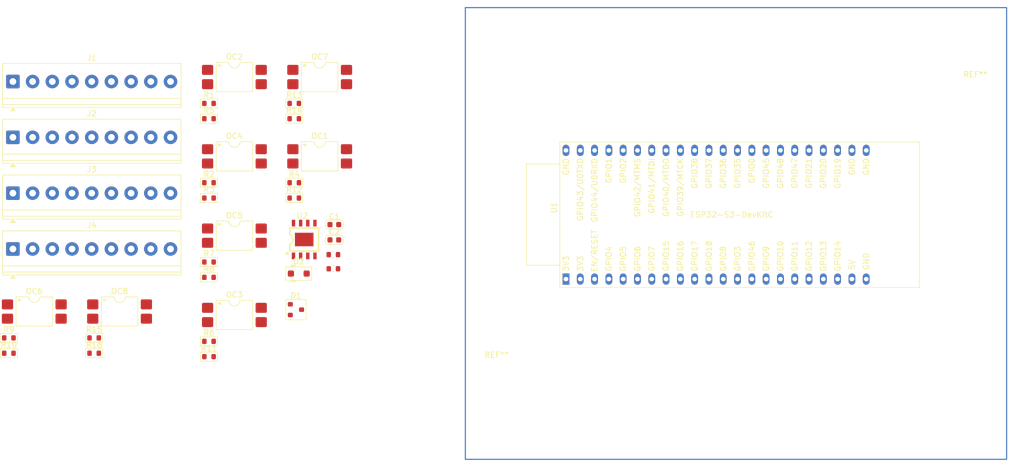
<source format=kicad_pcb>
(kicad_pcb (version 20241229) (generator "pcbnew") (generator_version "9.0")
  (layers (0 "F.Cu" signal) (2 "B.Cu" signal) (13 "F.Paste" user) (15 "B.Paste" user) (5 "F.SilkS" user "F.Silkscreen") (7 "B.SilkS" user "B.Silkscreen") (1 "F.Mask" user) (3 "B.Mask" user) (25 "Edge.Cuts" user))
  (net 0 "")
  (net 1 "/Board-PLC4UNI-G1W/con_RS485_B")
  (net 2 "GNDPWR")
  (net 3 "/Board-PLC4UNI-G1W/con_RS485_A")
  (net 4 "/Board-PLC4UNI-G1W/IN_NPN3")
  (net 5 "/Board-PLC4UNI-G1W/IN_NPN4")
  (net 6 "/Board-PLC4UNI-G1W/IN_NPN2")
  (net 7 "/Board-PLC4UNI-G1W/IN_NPN1")
  (net 8 "/Board-PLC4UNI-G1W/IN_PNP4")
  (net 9 "/Board-PLC4UNI-G1W/IN_PNP1")
  (net 10 "/Board-PLC4UNI-G1W/IN_PNP2")
  (net 11 "/Board-PLC4UNI-G1W/IN_PNP3")
  (net 17 "/Board-PLC4UNI-G1W/IN_0-10V")
  (net 19 "/Board-PLC4UNI-G1W/IN_CT2")
  (net 20 "/Board-PLC4UNI-G1W/IN_CT1")
  (net 21 "/Board-PLC4UNI-G1W/Input_NPN3/Out")
  (net 22 "GND")
  (net 23 "Net-(OC1-Pad1)")
  (net 24 "Net-(OC2-Pad1)")
  (net 25 "/Board-PLC4UNI-G1W/Input_NPN1/Out")
  (net 26 "/Board-PLC4UNI-G1W/Input_NPN2/Out")
  (net 27 "Net-(OC3-Pad1)")
  (net 28 "Net-(OC4-Pad1)")
  (net 29 "/Board-PLC4UNI-G1W/Input_PNP3/Out")
  (net 30 "/Board-PLC4UNI-G1W/Input_PNP1/Out")
  (net 31 "Net-(OC5-Pad1)")
  (net 32 "/Board-PLC4UNI-G1W/Input_PNP2/Out")
  (net 33 "Net-(OC6-Pad1)")
  (net 34 "/Board-PLC4UNI-G1W/Input_NPN4/Out")
  (net 35 "Net-(OC7-Pad1)")
  (net 36 "/Board-PLC4UNI-G1W/Input_PNP4/Out")
  (net 37 "Net-(OC8-Pad1)")
  (net 38 "VCC")
  (net 39 "+3.3V")
  (net 40 "/Board-PLC4UNI-G1W/IN_VAC2")
  (net 41 "/Board-PLC4UNI-G1W/GND")
  (net 42 "/Board-PLC4UNI-G1W/IN_VAC1")
  (net 43 "/Board-PLC4UNI-G1W/PNP_OUT2")
  (net 46 "/Board-PLC4UNI-G1W/PNP_OUT3")
  (net 47 "/Board-PLC4UNI-G1W/PNP_OUT1")
  (net 49 "/Board-PLC4UNI-G1W/PLC4UNI/micro_rs485_rx")
  (net 50 "/Board-PLC4UNI-G1W/Out_4-20mA")
  (net 51 "/Board-PLC4UNI-G1W/NPN_OUT2")
  (net 52 "/Board-PLC4UNI-G1W/NPN_OUT1")
  (net 53 "/Board-PLC4UNI-G1W/NPN_OUT4")
  (net 54 "/Board-PLC4UNI-G1W/Out_0-10V")
  (net 55 "/Board-PLC4UNI-G1W/Out_4-20mA_2")
  (net 56 "/Board-PLC4UNI-G1W/NPN_OUT3")
  (net 62 "/Board-PLC4UNI-G1W/PLC4UNI/USB-")
  (net 63 "/Board-PLC4UNI-G1W/PLC4UNI/USB+")
  (net 65 "/Board-PLC4UNI-G1W/PLC4UNI/micro1_rs485_control")
  (net 71 "/Board-PLC4UNI-G1W/PLC4UNI/micro_rs485_tx")
  (net 96 "Net-(U2-V5V)")
  (net 97 "/Board-PLC4UNI-G1W/Output_0-10V/SCL")
  (net 98 "/Board-PLC4UNI-G1W/Output_0-10V/SDA")
  (net 99 "+12V")
  (footprint "PCM_Resistor_SMD_AKL:R_0603_1608Metric" (layer "F.Cu") (at 58.155 98.08)
    (property "Reference" "R3" (at 0 -1.5 0) (layer "F.SilkS"))
    (property "Value" "2.4K" (hide yes))
    (pad "1" smd roundrect (at -0.825 0) (size 0.8 0.95) (layers "F.Cu" "F.Mask" "F.Paste") (net 29 "/Board-PLC4UNI-G1W/Input_PNP3/Out"))
    (pad "2" smd roundrect (at 0.825 0) (size 0.8 0.95) (layers "F.Cu" "F.Mask" "F.Paste") (net 39 "+3.3V"))
  )
  (footprint "PCM_SparkFun-Resistor:R_0603_1608Metric" (layer "F.Cu") (at 80.25 108.135)
    (property "Reference" "R17")
    (property "Value" "4.7k")
    (pad "1" smd roundrect (at -0.825 0) (size 0.8 0.95) (layers "F.Cu" "F.Mask" "F.Paste") (net 97 "/Board-PLC4UNI-G1W/Output_0-10V/SCL"))
    (pad "2" smd roundrect (at 0.825 0) (size 0.8 0.95) (layers "F.Cu" "F.Mask" "F.Paste") (net 39 "+3.3V"))
  )
  (footprint "PCM_Resistor_SMD_AKL:R_0603_1608Metric" (layer "F.Cu") (at 73.305 83.99)
    (property "Reference" "R14" (at 0 -1.5 0) (layer "F.SilkS"))
    (property "Value" "2.4K" (hide yes))
    (pad "1" smd roundrect (at -0.825 0) (size 0.8 0.95) (layers "F.Cu" "F.Mask" "F.Paste") (net 34 "/Board-PLC4UNI-G1W/Input_NPN4/Out"))
    (pad "2" smd roundrect (at 0.825 0) (size 0.8 0.95) (layers "F.Cu" "F.Mask" "F.Paste") (net 39 "+3.3V"))
  )
  (footprint "MountingHole:MountingHole_2.5mm" (layer "F.Cu") (at 194.3 79.6)
    (property "Reference" "REF**" (at 0 -3.45 0) (layer "F.SilkS"))
    (property "Value" "MountingHole_2.5mm")
    (pad "" np_thru_hole circle (at 0 0) (size 2.5 2.5) (drill 2.5) (layers "*.Cu" "*.Mask"))
  )
  (footprint "MountingHole:MountingHole_2.5mm" (layer "F.Cu") (at 109.25 129.4)
    (property "Reference" "REF**" (at 0 -3.45 0) (layer "F.SilkS"))
    (property "Value" "MountingHole_2.5mm")
    (pad "" np_thru_hole circle (at 0 0) (size 2.5 2.5) (drill 2.5) (layers "*.Cu" "*.Mask"))
  )
  (footprint "PCM_Resistor_SMD_AKL:R_0603_1608Metric" (layer "F.Cu") (at 73.305 98.08)
    (property "Reference" "R12" (at 0 -1.5 0) (layer "F.SilkS"))
    (property "Value" "2.4K" (hide yes))
    (pad "1" smd roundrect (at -0.825 0) (size 0.8 0.95) (layers "F.Cu" "F.Mask" "F.Paste") (net 23 "Net-(OC1-Pad1)"))
    (pad "2" smd roundrect (at 0.825 0) (size 0.8 0.95) (layers "F.Cu" "F.Mask" "F.Paste") (net 38 "VCC"))
  )
  (footprint "PCM_Package_DIP_AKL:SMDIP-4_W9.53mm" (layer "F.Cu") (at 62.67 118.855)
    (property "Reference" "OC3" (at 0 -3.6 0) (layer "F.SilkS"))
    (property "Value" "FOD817S" (hide yes))
    (pad "1" smd roundrect (at -4.765 -1.27) (size 2 1.78) (layers "F.Cu" "F.Mask" "F.Paste") (roundrect_rratio 0.1404494382) (net 27 "Net-(OC3-Pad1)"))
    (pad "2" smd roundrect (at -4.765 1.27) (size 2 1.78) (layers "F.Cu" "F.Mask" "F.Paste") (roundrect_rratio 0.1404494382) (net 6 "/Board-PLC4UNI-G1W/IN_NPN2"))
    (pad "3" smd roundrect (at 4.765 1.27) (size 2 1.78) (layers "F.Cu" "F.Mask" "F.Paste") (roundrect_rratio 0.1404494382) (net 22 "GND"))
    (pad "4" smd roundrect (at 4.765 -1.27) (size 2 1.78) (layers "F.Cu" "F.Mask" "F.Paste") (roundrect_rratio 0.1404494382) (net 26 "/Board-PLC4UNI-G1W/Input_NPN2/Out"))
  )
  (footprint "PCM_Resistor_SMD_AKL:R_0603_1608Metric" (layer "F.Cu") (at 58.155 83.99)
    (property "Reference" "R5" (at 0 -1.5 0) (layer "F.SilkS"))
    (property "Value" "2.4K" (hide yes))
    (pad "1" smd roundrect (at -0.825 0) (size 0.8 0.95) (layers "F.Cu" "F.Mask" "F.Paste") (net 25 "/Board-PLC4UNI-G1W/Input_NPN1/Out"))
    (pad "2" smd roundrect (at 0.825 0) (size 0.8 0.95) (layers "F.Cu" "F.Mask" "F.Paste") (net 39 "+3.3V"))
  )
  (footprint "PCM_Resistor_SMD_AKL:R_0603_1608Metric" (layer "F.Cu") (at 37.755 125.65)
    (property "Reference" "R16" (at 0 -1.5 0) (layer "F.SilkS"))
    (property "Value" "2.4K" (hide yes))
    (pad "1" smd roundrect (at -0.825 0) (size 0.8 0.95) (layers "F.Cu" "F.Mask" "F.Paste") (net 36 "/Board-PLC4UNI-G1W/Input_PNP4/Out"))
    (pad "2" smd roundrect (at 0.825 0) (size 0.8 0.95) (layers "F.Cu" "F.Mask" "F.Paste") (net 39 "+3.3V"))
  )
  (footprint "PCM_SparkFun-Resistor:R_0603_1608Metric" (layer "F.Cu") (at 80.25 110.645)
    (property "Reference" "R18")
    (property "Value" "4.7k")
    (pad "1" smd roundrect (at -0.825 0) (size 0.8 0.95) (layers "F.Cu" "F.Mask" "F.Paste") (net 39 "+3.3V"))
    (pad "2" smd roundrect (at 0.825 0) (size 0.8 0.95) (layers "F.Cu" "F.Mask" "F.Paste") (net 98 "/Board-PLC4UNI-G1W/Output_0-10V/SDA"))
  )
  (footprint "PCM_Package_DIP_AKL:SMDIP-4_W9.53mm" (layer "F.Cu") (at 62.67 90.675)
    (property "Reference" "OC4" (at 0 -3.6 0) (layer "F.SilkS"))
    (property "Value" "FOD817S" (hide yes))
    (pad "1" smd roundrect (at -4.765 -1.27) (size 2 1.78) (layers "F.Cu" "F.Mask" "F.Paste") (roundrect_rratio 0.1404494382) (net 28 "Net-(OC4-Pad1)"))
    (pad "2" smd roundrect (at -4.765 1.27) (size 2 1.78) (layers "F.Cu" "F.Mask" "F.Paste") (roundrect_rratio 0.1404494382) (net 22 "GND"))
    (pad "3" smd roundrect (at 4.765 1.27) (size 2 1.78) (layers "F.Cu" "F.Mask" "F.Paste") (roundrect_rratio 0.1404494382) (net 22 "GND"))
    (pad "4" smd roundrect (at 4.765 -1.27) (size 2 1.78) (layers "F.Cu" "F.Mask" "F.Paste") (roundrect_rratio 0.1404494382) (net 29 "/Board-PLC4UNI-G1W/Input_PNP3/Out"))
  )
  (footprint "TerminalBlock_Phoenix:TerminalBlock_Phoenix_PT-1,5-9-3.5-H_1x09_P3.50mm_Horizontal" (layer "F.Cu") (at 23.32 97.215)
    (property "Reference" "J3" (at 14 -4.22 0) (layer "F.SilkS"))
    (property "Value" "Screw_Terminal_9_P3.50mm")
    (pad "1" thru_hole roundrect (at 0 0) (size 2.4 2.4) (drill 1.2) (layers "*.Cu" "*.Mask") (roundrect_rratio 0.104167) (net 3 "/Board-PLC4UNI-G1W/con_RS485_A"))
    (pad "2" thru_hole circle (at 3.5 0) (size 2.4 2.4) (drill 1.2) (layers "*.Cu" "*.Mask") (net 1 "/Board-PLC4UNI-G1W/con_RS485_B"))
    (pad "3" thru_hole circle (at 7 0) (size 2.4 2.4) (drill 1.2) (layers "*.Cu" "*.Mask") (net 2 "GNDPWR"))
    (pad "4" thru_hole circle (at 10.5 0) (size 2.4 2.4) (drill 1.2) (layers "*.Cu" "*.Mask") (net 47 "/Board-PLC4UNI-G1W/PNP_OUT1"))
    (pad "5" thru_hole circle (at 14 0) (size 2.4 2.4) (drill 1.2) (layers "*.Cu" "*.Mask") (net 43 "/Board-PLC4UNI-G1W/PNP_OUT2"))
    (pad "6" thru_hole circle (at 17.5 0) (size 2.4 2.4) (drill 1.2) (layers "*.Cu" "*.Mask") (net 46 "/Board-PLC4UNI-G1W/PNP_OUT3"))
    (pad "7" thru_hole circle (at 21 0) (size 2.4 2.4) (drill 1.2) (layers "*.Cu" "*.Mask"))
    (pad "8" thru_hole circle (at 24.5 0) (size 2.4 2.4) (drill 1.2) (layers "*.Cu" "*.Mask"))
    (pad "9" thru_hole circle (at 28 0) (size 2.4 2.4) (drill 1.2) (layers "*.Cu" "*.Mask"))
  )
  (footprint "PCM_Diode_SMD_AKL:D_SOD-123F" (layer "F.Cu") (at 74.105 111.5)
    (property "Reference" "D2" (at 0 -2.159 0) (layer "F.SilkS"))
    (property "Value" "TVA" (hide yes))
    (pad "1" smd roundrect (at -1.4 0) (size 1.1 1.1) (layers "F.Cu" "F.Mask" "F.Paste") (roundrect_rratio 0.2272727273) (net 54 "/Board-PLC4UNI-G1W/Out_0-10V"))
    (pad "2" smd roundrect (at 1.4 0) (size 1.1 1.1) (layers "F.Cu" "F.Mask" "F.Paste") (roundrect_rratio 0.2272727273) (net 22 "GND"))
  )
  (footprint "TerminalBlock_Phoenix:TerminalBlock_Phoenix_PT-1,5-9-3.5-H_1x09_P3.50mm_Horizontal" (layer "F.Cu") (at 23.32 87.3)
    (property "Reference" "J2" (at 14 -4.22 0) (layer "F.SilkS"))
    (property "Value" "Screw_Terminal_9_P3.50mm")
    (pad "1" thru_hole roundrect (at 0 0) (size 2.4 2.4) (drill 1.2) (layers "*.Cu" "*.Mask") (roundrect_rratio 0.104167) (net 19 "/Board-PLC4UNI-G1W/IN_CT2"))
    (pad "2" thru_hole circle (at 3.5 0) (size 2.4 2.4) (drill 1.2) (layers "*.Cu" "*.Mask") (net 20 "/Board-PLC4UNI-G1W/IN_CT1"))
    (pad "3" thru_hole circle (at 7 0) (size 2.4 2.4) (drill 1.2) (layers "*.Cu" "*.Mask") (net 40 "/Board-PLC4UNI-G1W/IN_VAC2"))
    (pad "4" thru_hole circle (at 10.5 0) (size 2.4 2.4) (drill 1.2) (layers "*.Cu" "*.Mask") (net 42 "/Board-PLC4UNI-G1W/IN_VAC1"))
    (pad "5" thru_hole circle (at 14 0) (size 2.4 2.4) (drill 1.2) (layers "*.Cu" "*.Mask") (net 41 "/Board-PLC4UNI-G1W/GND"))
    (pad "6" thru_hole circle (at 17.5 0) (size 2.4 2.4) (drill 1.2) (layers "*.Cu" "*.Mask") (net 9 "/Board-PLC4UNI-G1W/IN_PNP1"))
    (pad "7" thru_hole circle (at 21 0) (size 2.4 2.4) (drill 1.2) (layers "*.Cu" "*.Mask") (net 10 "/Board-PLC4UNI-G1W/IN_PNP2"))
    (pad "8" thru_hole circle (at 24.5 0) (size 2.4 2.4) (drill 1.2) (layers "*.Cu" "*.Mask") (net 11 "/Board-PLC4UNI-G1W/IN_PNP3"))
    (pad "9" thru_hole circle (at 28 0) (size 2.4 2.4) (drill 1.2) (layers "*.Cu" "*.Mask") (net 8 "/Board-PLC4UNI-G1W/IN_PNP4"))
  )
  (footprint "PCM_Package_DIP_AKL:SMDIP-4_W9.53mm" (layer "F.Cu") (at 27.12 118.245)
    (property "Reference" "OC6" (at 0 -3.6 0) (layer "F.SilkS"))
    (property "Value" "FOD817S" (hide yes))
    (pad "1" smd roundrect (at -4.765 -1.27) (size 2 1.78) (layers "F.Cu" "F.Mask" "F.Paste") (roundrect_rratio 0.1404494382) (net 33 "Net-(OC6-Pad1)"))
    (pad "2" smd roundrect (at -4.765 1.27) (size 2 1.78) (layers "F.Cu" "F.Mask" "F.Paste") (roundrect_rratio 0.1404494382) (net 22 "GND"))
    (pad "3" smd roundrect (at 4.765 1.27) (size 2 1.78) (layers "F.Cu" "F.Mask" "F.Paste") (roundrect_rratio 0.1404494382) (net 22 "GND"))
    (pad "4" smd roundrect (at 4.765 -1.27) (size 2 1.78) (layers "F.Cu" "F.Mask" "F.Paste") (roundrect_rratio 0.1404494382) (net 32 "/Board-PLC4UNI-G1W/Input_PNP2/Out"))
  )
  (footprint "PCM_Package_DIP_AKL:SMDIP-4_W9.53mm" (layer "F.Cu") (at 62.67 104.765)
    (property "Reference" "OC5" (at 0 -3.6 0) (layer "F.SilkS"))
    (property "Value" "FOD817S" (hide yes))
    (pad "1" smd roundrect (at -4.765 -1.27) (size 2 1.78) (layers "F.Cu" "F.Mask" "F.Paste") (roundrect_rratio 0.1404494382) (net 31 "Net-(OC5-Pad1)"))
    (pad "2" smd roundrect (at -4.765 1.27) (size 2 1.78) (layers "F.Cu" "F.Mask" "F.Paste") (roundrect_rratio 0.1404494382) (net 22 "GND"))
    (pad "3" smd roundrect (at 4.765 1.27) (size 2 1.78) (layers "F.Cu" "F.Mask" "F.Paste") (roundrect_rratio 0.1404494382) (net 22 "GND"))
    (pad "4" smd roundrect (at 4.765 -1.27) (size 2 1.78) (layers "F.Cu" "F.Mask" "F.Paste") (roundrect_rratio 0.1404494382) (net 30 "/Board-PLC4UNI-G1W/Input_PNP1/Out"))
  )
  (footprint "PCM_Resistor_SMD_AKL:R_0603_1608Metric" (layer "F.Cu") (at 22.605 125.65)
    (property "Reference" "R10" (at 0 -1.5 0) (layer "F.SilkS"))
    (property "Value" "2.4K" (hide yes))
    (pad "1" smd roundrect (at -0.825 0) (size 0.8 0.95) (layers "F.Cu" "F.Mask" "F.Paste") (net 32 "/Board-PLC4UNI-G1W/Input_PNP2/Out"))
    (pad "2" smd roundrect (at 0.825 0) (size 0.8 0.95) (layers "F.Cu" "F.Mask" "F.Paste") (net 39 "+3.3V"))
  )
  (footprint "PCM_Package_DIP_AKL:SMDIP-4_W9.53mm" (layer "F.Cu") (at 77.82 90.675)
    (property "Reference" "OC1" (at 0 -3.6 0) (layer "F.SilkS"))
    (property "Value" "FOD817S" (hide yes))
    (pad "1" smd roundrect (at -4.765 -1.27) (size 2 1.78) (layers "F.Cu" "F.Mask" "F.Paste") (roundrect_rratio 0.1404494382) (net 23 "Net-(OC1-Pad1)"))
    (pad "2" smd roundrect (at -4.765 1.27) (size 2 1.78) (layers "F.Cu" "F.Mask" "F.Paste") (roundrect_rratio 0.1404494382) (net 4 "/Board-PLC4UNI-G1W/IN_NPN3"))
    (pad "3" smd roundrect (at 4.765 1.27) (size 2 1.78) (layers "F.Cu" "F.Mask" "F.Paste") (roundrect_rratio 0.1404494382) (net 22 "GND"))
    (pad "4" smd roundrect (at 4.765 -1.27) (size 2 1.78) (layers "F.Cu" "F.Mask" "F.Paste") (roundrect_rratio 0.1404494382) (net 21 "/Board-PLC4UNI-G1W/Input_NPN3/Out"))
  )
  (footprint "PCM_Package_TO_SOT_SMD_AKL:SOT-23" (layer "F.Cu") (at 73.605 117.91)
    (property "Reference" "D1" (at 0 -2.5 0) (layer "F.SilkS"))
    (property "Value" "SM712" (hide yes))
    (pad "1" smd roundrect (at -1 -0.95) (size 0.9 0.8) (layers "F.Cu" "F.Mask" "F.Paste") (net 1 "/Board-PLC4UNI-G1W/con_RS485_B"))
    (pad "2" smd roundrect (at -1 0.95) (size 0.9 0.8) (layers "F.Cu" "F.Mask" "F.Paste") (net 3 "/Board-PLC4UNI-G1W/con_RS485_A"))
    (pad "3" smd roundrect (at 1 0) (size 0.9 0.8) (layers "F.Cu" "F.Mask" "F.Paste") (net 2 "GNDPWR"))
  )
  (footprint "TerminalBlock_Phoenix:TerminalBlock_Phoenix_PT-1,5-9-3.5-H_1x09_P3.50mm_Horizontal" (layer "F.Cu") (at 23.32 107.13)
    (property "Reference" "J4" (at 14 -4.22 0) (layer "F.SilkS"))
    (property "Value" "Screw_Terminal_9_P3.50mm")
    (pad "1" thru_hole roundrect (at 0 0) (size 2.4 2.4) (drill 1.2) (layers "*.Cu" "*.Mask") (roundrect_rratio 0.104167))
    (pad "2" thru_hole circle (at 3.5 0) (size 2.4 2.4) (drill 1.2) (layers "*.Cu" "*.Mask"))
    (pad "3" thru_hole circle (at 7 0) (size 2.4 2.4) (drill 1.2) (layers "*.Cu" "*.Mask") (net 50 "/Board-PLC4UNI-G1W/Out_4-20mA"))
    (pad "4" thru_hole circle (at 10.5 0) (size 2.4 2.4) (drill 1.2) (layers "*.Cu" "*.Mask") (net 55 "/Board-PLC4UNI-G1W/Out_4-20mA_2"))
    (pad "5" thru_hole circle (at 14 0) (size 2.4 2.4) (drill 1.2) (layers "*.Cu" "*.Mask") (net 54 "/Board-PLC4UNI-G1W/Out_0-10V"))
    (pad "6" thru_hole circle (at 17.5 0) (size 2.4 2.4) (drill 1.2) (layers "*.Cu" "*.Mask") (net 52 "/Board-PLC4UNI-G1W/NPN_OUT1"))
    (pad "7" thru_hole circle (at 21 0) (size 2.4 2.4) (drill 1.2) (layers "*.Cu" "*.Mask") (net 51 "/Board-PLC4UNI-G1W/NPN_OUT2"))
    (pad "8" thru_hole circle (at 24.5 0) (size 2.4 2.4) (drill 1.2) (layers "*.Cu" "*.Mask") (net 56 "/Board-PLC4UNI-G1W/NPN_OUT3"))
    (pad "9" thru_hole circle (at 28 0) (size 2.4 2.4) (drill 1.2) (layers "*.Cu" "*.Mask") (net 53 "/Board-PLC4UNI-G1W/NPN_OUT4"))
  )
  (footprint "PCM_Package_DIP_AKL:SMDIP-4_W9.53mm" (layer "F.Cu") (at 62.67 76.585)
    (property "Reference" "OC2" (at 0 -3.6 0) (layer "F.SilkS"))
    (property "Value" "FOD817S" (hide yes))
    (pad "1" smd roundrect (at -4.765 -1.27) (size 2 1.78) (layers "F.Cu" "F.Mask" "F.Paste") (roundrect_rratio 0.1404494382) (net 24 "Net-(OC2-Pad1)"))
    (pad "2" smd roundrect (at -4.765 1.27) (size 2 1.78) (layers "F.Cu" "F.Mask" "F.Paste") (roundrect_rratio 0.1404494382) (net 7 "/Board-PLC4UNI-G1W/IN_NPN1"))
    (pad "3" smd roundrect (at 4.765 1.27) (size 2 1.78) (layers "F.Cu" "F.Mask" "F.Paste") (roundrect_rratio 0.1404494382) (net 22 "GND"))
    (pad "4" smd roundrect (at 4.765 -1.27) (size 2 1.78) (layers "F.Cu" "F.Mask" "F.Paste") (roundrect_rratio 0.1404494382) (net 25 "/Board-PLC4UNI-G1W/Input_NPN1/Out"))
  )
  (footprint "PCM_Package_DIP_AKL:SMDIP-4_W9.53mm" (layer "F.Cu") (at 77.82 76.585)
    (property "Reference" "OC7" (at 0 -3.6 0) (layer "F.SilkS"))
    (property "Value" "FOD817S" (hide yes))
    (pad "1" smd roundrect (at -4.765 -1.27) (size 2 1.78) (layers "F.Cu" "F.Mask" "F.Paste") (roundrect_rratio 0.1404494382) (net 35 "Net-(OC7-Pad1)"))
    (pad "2" smd roundrect (at -4.765 1.27) (size 2 1.78) (layers "F.Cu" "F.Mask" "F.Paste") (roundrect_rratio 0.1404494382) (net 5 "/Board-PLC4UNI-G1W/IN_NPN4"))
    (pad "3" smd roundrect (at 4.765 1.27) (size 2 1.78) (layers "F.Cu" "F.Mask" "F.Paste") (roundrect_rratio 0.1404494382) (net 22 "GND"))
    (pad "4" smd roundrect (at 4.765 -1.27) (size 2 1.78) (layers "F.Cu" "F.Mask" "F.Paste") (roundrect_rratio 0.1404494382) (net 34 "/Board-PLC4UNI-G1W/Input_NPN4/Out"))
  )
  (footprint "PCM_Resistor_SMD_AKL:R_0603_1608Metric" (layer "F.Cu") (at 58.155 95.36)
    (property "Reference" "R2" (at 0 -1.5 0) (layer "F.SilkS"))
    (property "Value" "2.4K" (hide yes))
    (pad "1" smd roundrect (at -0.825 0) (size 0.8 0.95) (layers "F.Cu" "F.Mask" "F.Paste") (net 11 "/Board-PLC4UNI-G1W/IN_PNP3"))
    (pad "2" smd roundrect (at 0.825 0) (size 0.8 0.95) (layers "F.Cu" "F.Mask" "F.Paste") (net 28 "Net-(OC4-Pad1)"))
  )
  (footprint "PCM_Resistor_SMD_AKL:R_0603_1608Metric" (layer "F.Cu") (at 58.155 109.45)
    (property "Reference" "R7" (at 0 -1.5 0) (layer "F.SilkS"))
    (property "Value" "2.4K" (hide yes))
    (pad "1" smd roundrect (at -0.825 0) (size 0.8 0.95) (layers "F.Cu" "F.Mask" "F.Paste") (net 9 "/Board-PLC4UNI-G1W/IN_PNP1"))
    (pad "2" smd roundrect (at 0.825 0) (size 0.8 0.95) (layers "F.Cu" "F.Mask" "F.Paste") (net 31 "Net-(OC5-Pad1)"))
  )
  (footprint "TerminalBlock_Phoenix:TerminalBlock_Phoenix_PT-1,5-9-3.5-H_1x09_P3.50mm_Horizontal" (layer "F.Cu") (at 23.32 77.385)
    (property "Reference" "J1" (at 14 -4.22 0) (layer "F.SilkS"))
    (property "Value" "Screw_Terminal_9_P3.50mm")
    (pad "1" thru_hole roundrect (at 0 0) (size 2.4 2.4) (drill 1.2) (layers "*.Cu" "*.Mask") (roundrect_rratio 0.104167) (net 17 "/Board-PLC4UNI-G1W/IN_0-10V"))
    (pad "2" thru_hole circle (at 3.5 0) (size 2.4 2.4) (drill 1.2) (layers "*.Cu" "*.Mask") (net 7 "/Board-PLC4UNI-G1W/IN_NPN1"))
    (pad "3" thru_hole circle (at 7 0) (size 2.4 2.4) (drill 1.2) (layers "*.Cu" "*.Mask") (net 6 "/Board-PLC4UNI-G1W/IN_NPN2"))
    (pad "4" thru_hole circle (at 10.5 0) (size 2.4 2.4) (drill 1.2) (layers "*.Cu" "*.Mask") (net 4 "/Board-PLC4UNI-G1W/IN_NPN3"))
    (pad "5" thru_hole circle (at 14 0) (size 2.4 2.4) (drill 1.2) (layers "*.Cu" "*.Mask") (net 5 "/Board-PLC4UNI-G1W/IN_NPN4"))
    (pad "6" thru_hole circle (at 17.5 0) (size 2.4 2.4) (drill 1.2) (layers "*.Cu" "*.Mask"))
    (pad "7" thru_hole circle (at 21 0) (size 2.4 2.4) (drill 1.2) (layers "*.Cu" "*.Mask"))
    (pad "8" thru_hole circle (at 24.5 0) (size 2.4 2.4) (drill 1.2) (layers "*.Cu" "*.Mask"))
    (pad "9" thru_hole circle (at 28 0) (size 2.4 2.4) (drill 1.2) (layers "*.Cu" "*.Mask"))
  )
  (footprint "PCM_Resistor_SMD_AKL:R_0603_1608Metric" (layer "F.Cu") (at 58.155 81.27)
    (property "Reference" "R1" (at 0 -1.5 0) (layer "F.SilkS"))
    (property "Value" "2.4K" (hide yes))
    (pad "1" smd roundrect (at -0.825 0) (size 0.8 0.95) (layers "F.Cu" "F.Mask" "F.Paste") (net 24 "Net-(OC2-Pad1)"))
    (pad "2" smd roundrect (at 0.825 0) (size 0.8 0.95) (layers "F.Cu" "F.Mask" "F.Paste") (net 38 "VCC"))
  )
  (footprint "Lib_GP8211S-TC50-EW:ESOP-8_L4.9-W3.9-P1.27-LS6.0-BL-EP" (layer "F.Cu") (at 75.072 105.4485)
    (property "Reference" "U2" (at -0.325 -4.2085 0) (layer "F.SilkS"))
    (property "Value" "~")
    (pad "1" smd rect (at -1.905 2.9085) (size 0.6 1.2) (layers "F.Cu" "F.Mask" "F.Paste") (net 97 "/Board-PLC4UNI-G1W/Output_0-10V/SCL"))
    (pad "2" smd rect (at -0.635 2.9085) (size 0.6 1.2) (layers "F.Cu" "F.Mask" "F.Paste") (net 98 "/Board-PLC4UNI-G1W/Output_0-10V/SDA"))
    (pad "3" smd rect (at 0.635 2.9085) (size 0.6 1.2) (layers "F.Cu" "F.Mask" "F.Paste"))
    (pad "4" smd rect (at 1.905 2.9085) (size 0.6 1.2) (layers "F.Cu" "F.Mask" "F.Paste") (net 99 "+12V"))
    (pad "5" smd rect (at 1.905 -2.9085) (size 0.6 1.2) (layers "F.Cu" "F.Mask" "F.Paste") (net 22 "GND"))
    (pad "6" smd rect (at 0.635 -2.9085) (size 0.6 1.2) (layers "F.Cu" "F.Mask" "F.Paste") (net 54 "/Board-PLC4UNI-G1W/Out_0-10V"))
    (pad "7" smd rect (at -0.635 -2.9085) (size 0.6 1.2) (layers "F.Cu" "F.Mask" "F.Paste"))
    (pad "8" smd rect (at -1.905 -2.9085) (size 0.6 1.2) (layers "F.Cu" "F.Mask" "F.Paste") (net 96 "Net-(U2-V5V)"))
    (pad "9" smd rect (at 0 0 180) (size 3.3 2.4) (layers "F.Cu" "F.Mask" "F.Paste") (net 22 "GND"))
  )
  (footprint "PCM_Capacitor_SMD_AKL:C_0603_1608Metric" (layer "F.Cu") (at 80.424939 102.800002)
    (property "Reference" "C1" (at 0 -1.43 0) (layer "F.SilkS"))
    (property "Value" "1uF" (hide yes))
    (pad "1" smd roundrect (at -0.775 0) (size 0.9 0.95) (layers "F.Cu" "F.Mask" "F.Paste") (net 96 "Net-(U2-V5V)"))
    (pad "2" smd roundrect (at 0.775 0) (size 0.9 0.95) (layers "F.Cu" "F.Mask" "F.Paste") (net 22 "GND"))
  )
  (footprint "PCM_Resistor_SMD_AKL:R_0603_1608Metric" (layer "F.Cu") (at 73.305 95.36)
    (property "Reference" "R4" (at 0 -1.5 0) (layer "F.SilkS"))
    (property "Value" "2.4K" (hide yes))
    (pad "1" smd roundrect (at -0.825 0) (size 0.8 0.95) (layers "F.Cu" "F.Mask" "F.Paste") (net 21 "/Board-PLC4UNI-G1W/Input_NPN3/Out"))
    (pad "2" smd roundrect (at 0.825 0) (size 0.8 0.95) (layers "F.Cu" "F.Mask" "F.Paste") (net 39 "+3.3V"))
  )
  (footprint "PCM_Resistor_SMD_AKL:R_0603_1608Metric" (layer "F.Cu") (at 58.155 126.26)
    (property "Reference" "R11" (at 0 -1.5 0) (layer "F.SilkS"))
    (property "Value" "2.4K" (hide yes))
    (pad "1" smd roundrect (at -0.825 0) (size 0.8 0.95) (layers "F.Cu" "F.Mask" "F.Paste") (net 27 "Net-(OC3-Pad1)"))
    (pad "2" smd roundrect (at 0.825 0) (size 0.8 0.95) (layers "F.Cu" "F.Mask" "F.Paste") (net 38 "VCC"))
  )
  (footprint "PCM_Resistor_SMD_AKL:R_0603_1608Metric" (layer "F.Cu") (at 58.155 112.17)
    (property "Reference" "R8" (at 0 -1.5 0) (layer "F.SilkS"))
    (property "Value" "2.4K" (hide yes))
    (pad "1" smd roundrect (at -0.825 0) (size 0.8 0.95) (layers "F.Cu" "F.Mask" "F.Paste") (net 30 "/Board-PLC4UNI-G1W/Input_PNP1/Out"))
    (pad "2" smd roundrect (at 0.825 0) (size 0.8 0.95) (layers "F.Cu" "F.Mask" "F.Paste") (net 39 "+3.3V"))
  )
  (footprint "PCM_Resistor_SMD_AKL:R_0603_1608Metric" (layer "F.Cu") (at 58.155 123.54)
    (property "Reference" "R6" (at 0 -1.5 0) (layer "F.SilkS"))
    (property "Value" "2.4K" (hide yes))
    (pad "1" smd roundrect (at -0.825 0) (size 0.8 0.95) (layers "F.Cu" "F.Mask" "F.Paste") (net 26 "/Board-PLC4UNI-G1W/Input_NPN2/Out"))
    (pad "2" smd roundrect (at 0.825 0) (size 0.8 0.95) (layers "F.Cu" "F.Mask" "F.Paste") (net 39 "+3.3V"))
  )
  (footprint "PCM_Espressif:ESP32-S3-DevKitC" (layer "F.Cu") (at 121.57272 112.47632 90)
    (property "Reference" "U1" (at 12.7 -2.1 90) (layer "F.SilkS"))
    (property "Value" "ESP32-S3-DevKitC" (at 11.42632 29.46128 0) (layer "F.SilkS"))
    (fp_text user "GPIO5" (at 1.27 10.16 90) (layer "F.SilkS") (effects (justify left)))
    (fp_text user "GPIO47" (at 21.59 40.64 90) (layer "F.SilkS") (effects (justify right)))
    (fp_text user "GPIO45" (at 21.59 35.56 90) (layer "F.SilkS") (effects (justify right)))
    (fp_text user "GPIO8" (at 1.27 27.94 90) (layer "F.SilkS") (effects (justify left)))
    (fp_text user "GPIO10" (at 1.27 38.1 90) (layer "F.SilkS") (effects (justify left)))
    (fp_text user "GPIO4" (at 1.27 7.62 90) (layer "F.SilkS") (effects (justify left)))
    (fp_text user "GPIO1" (at 21.59 7.62 90) (layer "F.SilkS") (effects (justify right)))
    (fp_text user "GND" (at 21.59 53.34 90) (layer "F.SilkS") (effects (justify right)))
    (fp_text user "GPIO37" (at 21.59 25.4 90) (layer "F.SilkS") (effects (justify right)))
    (fp_text user "GPIO14" (at 1.27 48.26 90) (layer "F.SilkS") (effects (justify left)))
    (fp_text user "GPIO3" (at 1.27 30.48 90) (layer "F.SilkS") (effects (justify left)))
    (fp_text user "GPIO40/MTDO" (at 21.59 17.78 90) (layer "F.SilkS") (effects (justify right)))
    (fp_text user "GPIO13" (at 1.27 45.72 90) (layer "F.SilkS") (effects (justify left)))
    (fp_text user "GPIO0" (at 21.59 33.02 90) (layer "F.SilkS") (effects (justify right)))
    (fp_text user "GPIO2" (at 21.59 10.16 90) (layer "F.SilkS") (effects (justify right)))
    (fp_text user "GPIO35" (at 21.59 30.48 90) (layer "F.SilkS") (effects (justify right)))
    (fp_text user "GPIO42/MTMS" (at 21.59 12.7 90) (layer "F.SilkS") (effects (justify right)))
    (fp_text user "GPIO20" (at 21.59 45.72 90) (layer "F.SilkS") (effects (justify right)))
    (fp_text user "GPIO41/MTDI" (at 21.59 15.24 90) (layer "F.SilkS") (effects (justify right)))
    (fp_text user "EN/RESET" (at 8.88632 5.07728 90) (layer "F.SilkS") (effects (justify right)))
    (fp_text user "3V3" (at 1.27 2.54 90) (layer "F.SilkS") (effects (justify left)))
    (fp_text user "GPIO15" (at 1.27 17.78 90) (layer "F.SilkS") (effects (justify left)))
    (fp_text user "GND" (at 21.59 50.8 90) (layer "F.SilkS") (effects (justify right)))
    (fp_text user "GPIO7" (at 1.27 15.24 90) (layer "F.SilkS") (effects (justify left)))
    (fp_text user "GND" (at 1.52032 53.33728 90) (layer "F.SilkS") (effects (justify left)))
    (fp_text user "GPIO43/U0TXD" (at 21.59 2.54 90) (layer "F.SilkS") (effects (justify right)))
    (fp_text user "GPIO19" (at 21.59 48.26 90) (layer "F.SilkS") (effects (justify right)))
    (fp_text user "3V3" (at 1.27 0 90) (layer "F.SilkS") (effects (justify left)))
    (fp_text user "GND" (at 21.59 0 90) (layer "F.SilkS") (effects (justify right)))
    (fp_text user "5V" (at 1.52032 50.79728 90) (layer "F.SilkS") (effects (justify left)))
    (fp_text user "GPIO12" (at 1.27 43.18 90) (layer "F.SilkS") (effects (justify left)))
    (fp_text user "GPIO17" (at 1.27 22.86 90) (layer "F.SilkS") (effects (justify left)))
    (fp_text user "GPIO16" (at 1.27 20.32 90) (layer "F.SilkS") (effects (justify left)))
    (fp_text user "GPIO44/U0RXD" (at 21.59 5.08 90) (layer "F.SilkS") (effects (justify right)))
    (fp_text user "GPIO38" (at 21.59 22.86 90) (layer "F.SilkS") (effects (justify right)))
    (fp_text user "GPIO11" (at 1.27 40.64 90) (layer "F.SilkS") (effects (justify left)))
    (fp_text user "GPIO21" (at 21.59 43.18 90) (layer "F.SilkS") (effects (justify right)))
    (fp_text user "GPIO48" (at 21.59 38.1 90) (layer "F.SilkS") (effects (justify right)))
    (fp_text user "GPIO9" (at 1.27 35.56 90) (layer "F.SilkS") (effects (justify left)))
    (fp_text user "GPIO6" (at 1.27 12.7 90) (layer "F.SilkS") (effects (justify left)))
    (fp_text user "GPIO39/MTCK" (at 21.59 20.32 90) (layer "F.SilkS") (effects (justify right)))
    (fp_text user "GPIO18" (at 1.27 25.4 90) (layer "F.SilkS") (effects (justify left)))
    (fp_text user "GPIO36" (at 21.59 27.94 90) (layer "F.SilkS") (effects (justify right)))
    (fp_text user "GPIO46" (at 1.27 33.02 90) (layer "F.SilkS") (effects (justify left)))
    (pad "1" thru_hole rect (at 0 0) (size 1.2 2) (drill 0.8) (layers "*.Cu" "*.Mask") (net 39 "+3.3V"))
    (pad "2" thru_hole oval (at 0 2.54) (size 1.2 2) (drill 0.8) (layers "*.Cu" "*.Mask") (net 39 "+3.3V"))
    (pad "3" thru_hole oval (at 0 5.08) (size 1.2 2) (drill 0.8) (layers "*.Cu" "*.Mask"))
    (pad "4" thru_hole oval (at 0 7.62) (size 1.2 2) (drill 0.8) (layers "*.Cu" "*.Mask"))
    (pad "5" thru_hole oval (at 0 10.16) (size 1.2 2) (drill 0.8) (layers "*.Cu" "*.Mask"))
    (pad "6" thru_hole oval (at 0 12.7) (size 1.2 2) (drill 0.8) (layers "*.Cu" "*.Mask"))
    (pad "7" thru_hole oval (at 0 15.24) (size 1.2 2) (drill 0.8) (layers "*.Cu" "*.Mask"))
    (pad "8" thru_hole oval (at 0 17.78) (size 1.2 2) (drill 0.8) (layers "*.Cu" "*.Mask"))
    (pad "9" thru_hole oval (at 0 20.32) (size 1.2 2) (drill 0.8) (layers "*.Cu" "*.Mask"))
    (pad "10" thru_hole oval (at 0 22.86) (size 1.2 2) (drill 0.8) (layers "*.Cu" "*.Mask"))
    (pad "11" thru_hole oval (at 0 25.4) (size 1.2 2) (drill 0.8) (layers "*.Cu" "*.Mask"))
    (pad "12" thru_hole oval (at 0 27.94) (size 1.2 2) (drill 0.8) (layers "*.Cu" "*.Mask"))
    (pad "13" thru_hole oval (at 0 30.48) (size 1.2 2) (drill 0.8) (layers "*.Cu" "*.Mask"))
    (pad "14" thru_hole oval (at 0 33.02) (size 1.2 2) (drill 0.8) (layers "*.Cu" "*.Mask"))
    (pad "15" thru_hole oval (at 0 35.56) (size 1.2 2) (drill 0.8) (layers "*.Cu" "*.Mask"))
    (pad "16" thru_hole oval (at 0 38.1) (size 1.2 2) (drill 0.8) (layers "*.Cu" "*.Mask"))
    (pad "17" thru_hole oval (at 0 40.64) (size 1.2 2) (drill 0.8) (layers "*.Cu" "*.Mask"))
    (pad "18" thru_hole oval (at 0 43.18) (size 1.2 2) (drill 0.8) (layers "*.Cu" "*.Mask"))
    (pad "19" thru_hole oval (at 0 45.72) (size 1.2 2) (drill 0.8) (layers "*.Cu" "*.Mask"))
    (pad "20" thru_hole oval (at -0.00368 48.25728) (size 1.2 2) (drill 0.8) (layers "*.Cu" "*.Mask"))
    (pad "21" thru_hole oval (at -0.00368 50.79728) (size 1.2 2) (drill 0.8) (layers "*.Cu" "*.Mask"))
    (pad "22" thru_hole oval (at -0.00368 53.33728) (size 1.2 2) (drill 0.8) (layers "*.Cu" "*.Mask") (net 22 "GND"))
    (pad "23" thru_hole oval (at 22.86 53.34) (size 1.2 2) (drill 0.8) (layers "*.Cu" "*.Mask") (net 22 "GND"))
    (pad "24" thru_hole oval (at 22.86 50.8) (size 1.2 2) (drill 0.8) (layers "*.Cu" "*.Mask") (net 22 "GND"))
    (pad "25" thru_hole oval (at 22.86 48.26) (size 1.2 2) (drill 0.8) (layers "*.Cu" "*.Mask") (net 63 "/Board-PLC4UNI-G1W/PLC4UNI/USB+"))
    (pad "26" thru_hole oval (at 22.86 45.72) (size 1.2 2) (drill 0.8) (layers "*.Cu" "*.Mask") (net 62 "/Board-PLC4UNI-G1W/PLC4UNI/USB-"))
    (pad "27" thru_hole oval (at 22.86 43.18) (size 1.2 2) (drill 0.8) (layers "*.Cu" "*.Mask"))
    (pad "28" thru_hole oval (at 22.86 40.64) (size 1.2 2) (drill 0.8) (layers "*.Cu" "*.Mask"))
    (pad "29" thru_hole oval (at 22.86 38.1) (size 1.2 2) (drill 0.8) (layers "*.Cu" "*.Mask") (net 65 "/Board-PLC4UNI-G1W/PLC4UNI/micro1_rs485_control"))
    (pad "30" thru_hole oval (at 22.86 35.56) (size 1.2 2) (drill 0.8) (layers "*.Cu" "*.Mask"))
    (pad "31" thru_hole oval (at 22.86 33.02) (size 1.2 2) (drill 0.8) (layers "*.Cu" "*.Mask"))
    (pad "32" thru_hole oval (at 22.86 30.48) (size 1.2 2) (drill 0.8) (layers "*.Cu" "*.Mask"))
    (pad "33" thru_hole oval (at 22.86 27.94) (size 1.2 2) (drill 0.8) (layers "*.Cu" "*.Mask"))
    (pad "34" thru_hole oval (at 22.86 25.4) (size 1.2 2) (drill 0.8) (layers "*.Cu" "*.Mask"))
    (pad "35" thru_hole oval (at 22.86 22.86) (size 1.2 2) (drill 0.8) (layers "*.Cu" "*.Mask"))
    (pad "36" thru_hole oval (at 22.86 20.32) (size 1.2 2) (drill 0.8) (layers "*.Cu" "*.Mask"))
    (pad "37" thru_hole oval (at 22.86 17.78) (size 1.2 2) (drill 0.8) (layers "*.Cu" "*.Mask"))
    (pad "38" thru_hole oval (at 22.86 15.24) (size 1.2 2) (drill 0.8) (layers "*.Cu" "*.Mask"))
    (pad "39" thru_hole oval (at 22.86 12.7) (size 1.2 2) (drill 0.8) (layers "*.Cu" "*.Mask"))
    (pad "40" thru_hole oval (at 22.86 10.16) (size 1.2 2) (drill 0.8) (layers "*.Cu" "*.Mask"))
    (pad "41" thru_hole oval (at 22.86 7.62) (size 1.2 2) (drill 0.8) (layers "*.Cu" "*.Mask"))
    (pad "42" thru_hole oval (at 22.86 5.08) (size 1.2 2) (drill 0.8) (layers "*.Cu" "*.Mask") (net 49 "/Board-PLC4UNI-G1W/PLC4UNI/micro_rs485_rx"))
    (pad "43" thru_hole oval (at 22.86 2.54) (size 1.2 2) (drill 0.8) (layers "*.Cu" "*.Mask") (net 71 "/Board-PLC4UNI-G1W/PLC4UNI/micro_rs485_tx"))
    (pad "44" thru_hole oval (at 22.86 0) (size 1.2 2) (drill 0.8) (layers "*.Cu" "*.Mask") (net 22 "GND"))
  )
  (footprint "PCM_Package_DIP_AKL:SMDIP-4_W9.53mm" (layer "F.Cu") (at 42.27 118.245)
    (property "Reference" "OC8" (at 0 -3.6 0) (layer "F.SilkS"))
    (property "Value" "FOD817S" (hide yes))
    (pad "1" smd roundrect (at -4.765 -1.27) (size 2 1.78) (layers "F.Cu" "F.Mask" "F.Paste") (roundrect_rratio 0.1404494382) (net 37 "Net-(OC8-Pad1)"))
    (pad "2" smd roundrect (at -4.765 1.27) (size 2 1.78) (layers "F.Cu" "F.Mask" "F.Paste") (roundrect_rratio 0.1404494382) (net 22 "GND"))
    (pad "3" smd roundrect (at 4.765 1.27) (size 2 1.78) (layers "F.Cu" "F.Mask" "F.Paste") (roundrect_rratio 0.1404494382) (net 22 "GND"))
    (pad "4" smd roundrect (at 4.765 -1.27) (size 2 1.78) (layers "F.Cu" "F.Mask" "F.Paste") (roundrect_rratio 0.1404494382) (net 36 "/Board-PLC4UNI-G1W/Input_PNP4/Out"))
  )
  (footprint "PCM_Resistor_SMD_AKL:R_0603_1608Metric" (layer "F.Cu") (at 37.755 122.93)
    (property "Reference" "R15" (at 0 -1.5 0) (layer "F.SilkS"))
    (property "Value" "2.4K" (hide yes))
    (pad "1" smd roundrect (at -0.825 0) (size 0.8 0.95) (layers "F.Cu" "F.Mask" "F.Paste") (net 8 "/Board-PLC4UNI-G1W/IN_PNP4"))
    (pad "2" smd roundrect (at 0.825 0) (size 0.8 0.95) (layers "F.Cu" "F.Mask" "F.Paste") (net 37 "Net-(OC8-Pad1)"))
  )
  (footprint "PCM_Capacitor_SMD_AKL:C_0603_1608Metric" (layer "F.Cu") (at 80.424939 105.520006)
    (property "Reference" "C2" (at 0 -1.43 0) (layer "F.SilkS"))
    (property "Value" "0.1uF" (hide yes))
    (pad "1" smd roundrect (at -0.775 0) (size 0.9 0.95) (layers "F.Cu" "F.Mask" "F.Paste") (net 22 "GND"))
    (pad "2" smd roundrect (at 0.775 0) (size 0.9 0.95) (layers "F.Cu" "F.Mask" "F.Paste") (net 54 "/Board-PLC4UNI-G1W/Out_0-10V"))
  )
  (footprint "PCM_Resistor_SMD_AKL:R_0603_1608Metric" (layer "F.Cu") (at 73.305 81.27)
    (property "Reference" "R13" (at 0 -1.5 0) (layer "F.SilkS"))
    (property "Value" "2.4K" (hide yes))
    (pad "1" smd roundrect (at -0.825 0) (size 0.8 0.95) (layers "F.Cu" "F.Mask" "F.Paste") (net 35 "Net-(OC7-Pad1)"))
    (pad "2" smd roundrect (at 0.825 0) (size 0.8 0.95) (layers "F.Cu" "F.Mask" "F.Paste") (net 38 "VCC"))
  )
  (footprint "PCM_Resistor_SMD_AKL:R_0603_1608Metric" (layer "F.Cu") (at 22.605 122.93)
    (property "Reference" "R9" (at 0 -1.5 0) (layer "F.SilkS"))
    (property "Value" "2.4K" (hide yes))
    (pad "1" smd roundrect (at -0.825 0) (size 0.8 0.95) (layers "F.Cu" "F.Mask" "F.Paste") (net 10 "/Board-PLC4UNI-G1W/IN_PNP2"))
    (pad "2" smd roundrect (at 0.825 0) (size 0.8 0.95) (layers "F.Cu" "F.Mask" "F.Paste") (net 33 "Net-(OC6-Pad1)"))
  )
  (gr_rect (start 103.7 64.25) (end 199.85 144.5) (stroke (width 0.2)) (fill no) (layer "B.Cu"))
)
</source>
